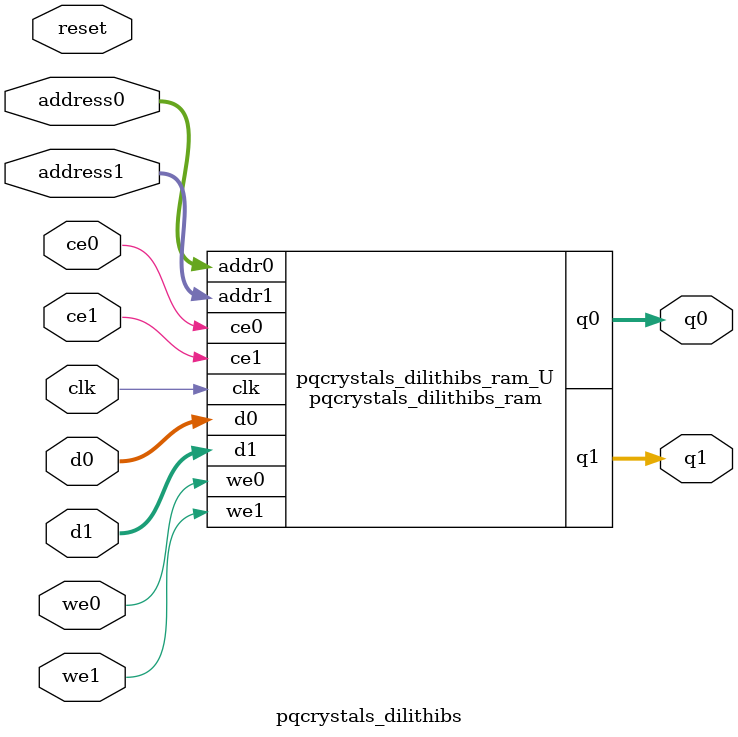
<source format=v>
`timescale 1 ns / 1 ps
module pqcrystals_dilithibs_ram (addr0, ce0, d0, we0, q0, addr1, ce1, d1, we1, q1,  clk);

parameter DWIDTH = 8;
parameter AWIDTH = 10;
parameter MEM_SIZE = 680;

input[AWIDTH-1:0] addr0;
input ce0;
input[DWIDTH-1:0] d0;
input we0;
output reg[DWIDTH-1:0] q0;
input[AWIDTH-1:0] addr1;
input ce1;
input[DWIDTH-1:0] d1;
input we1;
output reg[DWIDTH-1:0] q1;
input clk;

(* ram_style = "block" *)reg [DWIDTH-1:0] ram[0:MEM_SIZE-1];




always @(posedge clk)  
begin 
    if (ce0) begin
        if (we0) 
            ram[addr0] <= d0; 
        q0 <= ram[addr0];
    end
end


always @(posedge clk)  
begin 
    if (ce1) begin
        if (we1) 
            ram[addr1] <= d1; 
        q1 <= ram[addr1];
    end
end


endmodule

`timescale 1 ns / 1 ps
module pqcrystals_dilithibs(
    reset,
    clk,
    address0,
    ce0,
    we0,
    d0,
    q0,
    address1,
    ce1,
    we1,
    d1,
    q1);

parameter DataWidth = 32'd8;
parameter AddressRange = 32'd680;
parameter AddressWidth = 32'd10;
input reset;
input clk;
input[AddressWidth - 1:0] address0;
input ce0;
input we0;
input[DataWidth - 1:0] d0;
output[DataWidth - 1:0] q0;
input[AddressWidth - 1:0] address1;
input ce1;
input we1;
input[DataWidth - 1:0] d1;
output[DataWidth - 1:0] q1;



pqcrystals_dilithibs_ram pqcrystals_dilithibs_ram_U(
    .clk( clk ),
    .addr0( address0 ),
    .ce0( ce0 ),
    .we0( we0 ),
    .d0( d0 ),
    .q0( q0 ),
    .addr1( address1 ),
    .ce1( ce1 ),
    .we1( we1 ),
    .d1( d1 ),
    .q1( q1 ));

endmodule


</source>
